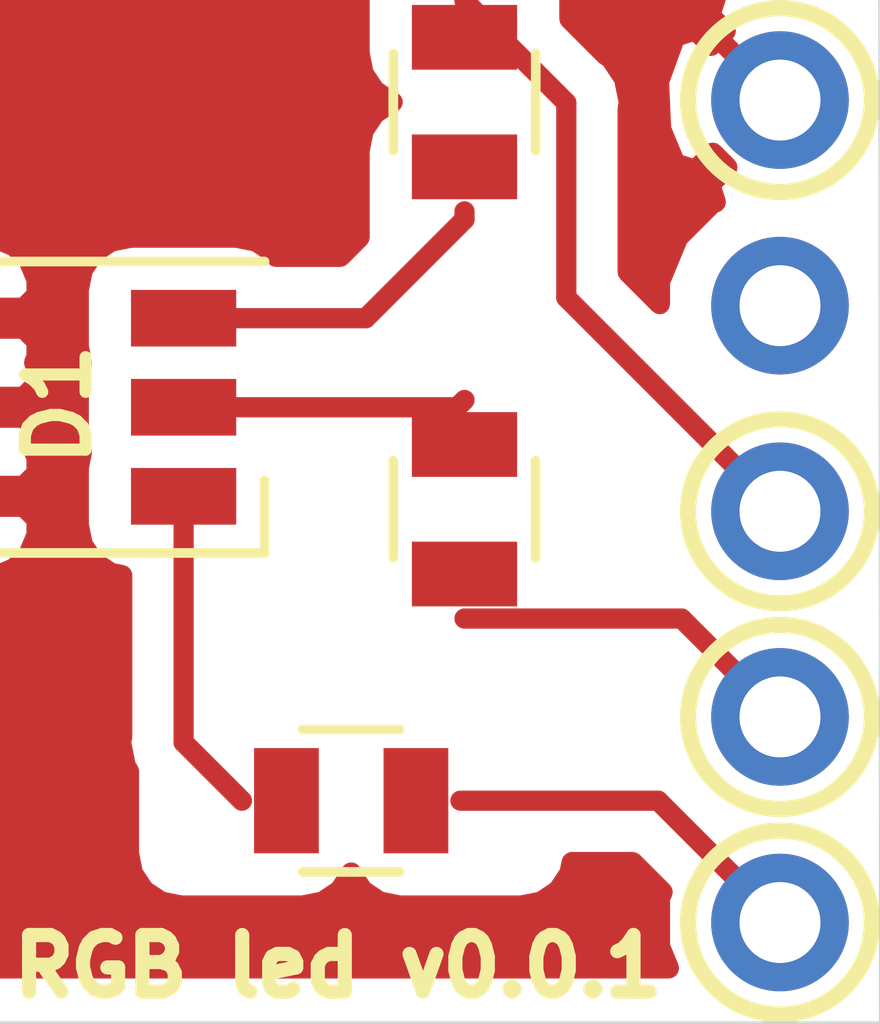
<source format=kicad_pcb>
(kicad_pcb (version 20171130) (host pcbnew "(5.0.1-3-g963ef8bb5)")

  (general
    (thickness 1.6)
    (drawings 5)
    (tracks 17)
    (zones 0)
    (modules 6)
    (nets 16)
  )

  (page A4)
  (layers
    (0 F.Cu signal hide)
    (31 B.Cu signal hide)
    (32 B.Adhes user hide)
    (33 F.Adhes user hide)
    (34 B.Paste user hide)
    (35 F.Paste user hide)
    (36 B.SilkS user hide)
    (37 F.SilkS user)
    (38 B.Mask user hide)
    (39 F.Mask user hide)
    (40 Dwgs.User user hide)
    (41 Cmts.User user hide)
    (42 Eco1.User user hide)
    (43 Eco2.User user hide)
    (44 Edge.Cuts user)
    (45 Margin user hide)
    (46 B.CrtYd user hide)
    (47 F.CrtYd user)
    (48 B.Fab user hide)
    (49 F.Fab user)
  )

  (setup
    (last_trace_width 0.25)
    (trace_clearance 0.2)
    (zone_clearance 0.508)
    (zone_45_only no)
    (trace_min 0.2)
    (segment_width 0.2)
    (edge_width 0.15)
    (via_size 0.8)
    (via_drill 0.4)
    (via_min_size 0.4)
    (via_min_drill 0.3)
    (uvia_size 0.3)
    (uvia_drill 0.1)
    (uvias_allowed no)
    (uvia_min_size 0.2)
    (uvia_min_drill 0.1)
    (pcb_text_width 0.3)
    (pcb_text_size 1.5 1.5)
    (mod_edge_width 0.15)
    (mod_text_size 1 1)
    (mod_text_width 0.15)
    (pad_size 1.524 1.524)
    (pad_drill 0.762)
    (pad_to_mask_clearance 0.2)
    (solder_mask_min_width 0.25)
    (aux_axis_origin 0 0)
    (grid_origin 158.737501 84.595001)
    (visible_elements 7FFFFF7F)
    (pcbplotparams
      (layerselection 0x3d0af_ffffffff)
      (usegerberextensions false)
      (usegerberattributes false)
      (usegerberadvancedattributes false)
      (creategerberjobfile false)
      (excludeedgelayer true)
      (linewidth 0.100000)
      (plotframeref false)
      (viasonmask false)
      (mode 1)
      (useauxorigin false)
      (hpglpennumber 1)
      (hpglpenspeed 20)
      (hpglpendiameter 15.000000)
      (psnegative false)
      (psa4output false)
      (plotreference true)
      (plotvalue true)
      (plotinvisibletext false)
      (padsonsilk false)
      (subtractmaskfromsilk false)
      (outputformat 1)
      (mirror false)
      (drillshape 0)
      (scaleselection 1)
      (outputdirectory "gerber/"))
  )

  (net 0 "")
  (net 1 "Net-(J1-Pad10)")
  (net 2 "Net-(J1-Pad8)")
  (net 3 "Net-(J1-Pad12)")
  (net 4 "Net-(J1-Pad11)")
  (net 5 "Net-(J1-Pad9)")
  (net 6 "Net-(J1-Pad1)")
  (net 7 "Net-(J1-Pad2)")
  (net 8 "Net-(J1-Pad3)")
  (net 9 "Net-(J1-Pad4)")
  (net 10 "Net-(J1-Pad7)")
  (net 11 "Net-(D1-Pad3)")
  (net 12 "Net-(D1-Pad2)")
  (net 13 "Net-(D1-Pad1)")
  (net 14 "Net-(J1-Pad6)")
  (net 15 +3V3)

  (net_class Default "Ceci est la Netclass par défaut."
    (clearance 0.2)
    (trace_width 0.25)
    (via_dia 0.8)
    (via_drill 0.4)
    (uvia_dia 0.3)
    (uvia_drill 0.1)
    (add_net +3V3)
    (add_net "Net-(D1-Pad1)")
    (add_net "Net-(D1-Pad2)")
    (add_net "Net-(D1-Pad3)")
    (add_net "Net-(J1-Pad1)")
    (add_net "Net-(J1-Pad10)")
    (add_net "Net-(J1-Pad11)")
    (add_net "Net-(J1-Pad12)")
    (add_net "Net-(J1-Pad2)")
    (add_net "Net-(J1-Pad3)")
    (add_net "Net-(J1-Pad4)")
    (add_net "Net-(J1-Pad6)")
    (add_net "Net-(J1-Pad7)")
    (add_net "Net-(J1-Pad8)")
    (add_net "Net-(J1-Pad9)")
  )

  (module Common_Footprint:LED_RGB_PLCC-6 (layer F.Cu) (tedit 5B55FB2D) (tstamp 5B9C5793)
    (at 149.82 90.93 180)
    (descr "RGB LED PLCC-6")
    (tags "RGB LED PLCC-6")
    (path /5A85A793)
    (attr smd)
    (fp_text reference D1 (at 0 0.03 90) (layer F.SilkS)
      (effects (font (size 0.75 0.75) (thickness 0.15)))
    )
    (fp_text value LED_RGB (at -3.22 4.32 180) (layer F.Fab) hide
      (effects (font (size 1 1) (thickness 0.15)))
    )
    (fp_line (start -1.7 -1.1) (end -1.1 -1.7) (layer F.Fab) (width 0.1))
    (fp_line (start -1.7 -1.7) (end -1.7 1.7) (layer F.Fab) (width 0.1))
    (fp_line (start -1.7 1.7) (end 1.7 1.7) (layer F.Fab) (width 0.1))
    (fp_line (start 1.7 1.7) (end 1.7 -1.7) (layer F.Fab) (width 0.1))
    (fp_line (start 1.7 -1.7) (end -1.7 -1.7) (layer F.Fab) (width 0.1))
    (fp_line (start -2.55 -1.8) (end -2.55 -0.9) (layer F.SilkS) (width 0.12))
    (fp_line (start 2.65 -2) (end 2.65 2) (layer F.CrtYd) (width 0.05))
    (fp_line (start -2.75 -2) (end -2.75 2) (layer F.CrtYd) (width 0.05))
    (fp_line (start -2.75 2) (end 2.65 2) (layer F.CrtYd) (width 0.05))
    (fp_line (start -2.75 -2) (end 2.65 -2) (layer F.CrtYd) (width 0.05))
    (fp_line (start -2.55 1.8) (end 2.35 1.8) (layer F.SilkS) (width 0.12))
    (fp_line (start 2.35 -1.8) (end -2.55 -1.8) (layer F.SilkS) (width 0.12))
    (pad 1 smd rect (at -1.55 -1.1 270) (size 0.7 1.3) (layers F.Cu F.Paste F.Mask)
      (net 13 "Net-(D1-Pad1)"))
    (pad 2 smd rect (at -1.55 0 270) (size 0.7 1.3) (layers F.Cu F.Paste F.Mask)
      (net 12 "Net-(D1-Pad2)"))
    (pad 3 smd rect (at -1.55 1.1 270) (size 0.7 1.3) (layers F.Cu F.Paste F.Mask)
      (net 11 "Net-(D1-Pad3)"))
    (pad 4 smd rect (at 1.55 1.1 270) (size 0.7 1.3) (layers F.Cu F.Paste F.Mask)
      (net 15 +3V3))
    (pad 5 smd rect (at 1.55 0 270) (size 0.7 1.3) (layers F.Cu F.Paste F.Mask)
      (net 15 +3V3))
    (pad 6 smd rect (at 1.55 -1.1 270) (size 0.7 1.3) (layers F.Cu F.Paste F.Mask)
      (net 15 +3V3))
    (model ${KISYS3DMOD}/LED_RGB_PLCC6.STEP
      (at (xyz 0 0 0))
      (scale (xyz 1 1 1))
      (rotate (xyz 0 0 0))
    )
  )

  (module Common_Footprint:R_0805 (layer F.Cu) (tedit 5BE5A41E) (tstamp 5B9C5743)
    (at 154.84 87.16 270)
    (descr "Resistor SMD 0805, hand soldering")
    (tags "resistor 0805")
    (path /5A85E095)
    (attr smd)
    (fp_text reference R1 (at -0.04 1.67 270) (layer F.SilkS) hide
      (effects (font (size 0.75 0.75) (thickness 0.15)))
    )
    (fp_text value 24 (at 0.08 3.86 270) (layer F.Fab) hide
      (effects (font (size 1 1) (thickness 0.15)))
    )
    (fp_text user %R (at 0 0 270) (layer F.Fab)
      (effects (font (size 0.5 0.5) (thickness 0.075)))
    )
    (fp_line (start -1 0.62) (end -1 -0.62) (layer F.Fab) (width 0.1))
    (fp_line (start 1 0.62) (end -1 0.62) (layer F.Fab) (width 0.1))
    (fp_line (start 1 -0.62) (end 1 0.62) (layer F.Fab) (width 0.1))
    (fp_line (start -1 -0.62) (end 1 -0.62) (layer F.Fab) (width 0.1))
    (fp_line (start 0.6 0.88) (end -0.6 0.88) (layer F.SilkS) (width 0.12))
    (fp_line (start -0.6 -0.88) (end 0.6 -0.88) (layer F.SilkS) (width 0.12))
    (fp_line (start -1.5 -0.9) (end 1.5 -0.9) (layer F.CrtYd) (width 0.05))
    (fp_line (start -1.5 -0.9) (end -1.5 0.9) (layer F.CrtYd) (width 0.05))
    (fp_line (start 1.5 0.9) (end 1.5 -0.9) (layer F.CrtYd) (width 0.05))
    (fp_line (start 1.5 0.9) (end -1.5 0.9) (layer F.CrtYd) (width 0.05))
    (pad 1 smd rect (at -0.8 0 270) (size 0.8 1.3) (layers F.Cu F.Paste F.Mask)
      (net 8 "Net-(J1-Pad3)"))
    (pad 2 smd rect (at 0.8 0 270) (size 0.8 1.3) (layers F.Cu F.Paste F.Mask)
      (net 11 "Net-(D1-Pad3)"))
    (model "${KISYS3DMOD}/0805 SMD Resistor.STEP"
      (at (xyz 0 0 0))
      (scale (xyz 1 1 1))
      (rotate (xyz -90 0 0))
    )
  )

  (module Common_Footprint:R_0805 (layer F.Cu) (tedit 5BE5A41E) (tstamp 5A8687D1)
    (at 154.84 92.19 90)
    (descr "Resistor SMD 0805, hand soldering")
    (tags "resistor 0805")
    (path /5A85E0D6)
    (attr smd)
    (fp_text reference R2 (at -0.04 1.67 90) (layer F.SilkS) hide
      (effects (font (size 0.75 0.75) (thickness 0.15)))
    )
    (fp_text value 24 (at 0.08 3.86 90) (layer F.Fab) hide
      (effects (font (size 1 1) (thickness 0.15)))
    )
    (fp_text user %R (at 0 0 90) (layer F.Fab)
      (effects (font (size 0.5 0.5) (thickness 0.075)))
    )
    (fp_line (start -1 0.62) (end -1 -0.62) (layer F.Fab) (width 0.1))
    (fp_line (start 1 0.62) (end -1 0.62) (layer F.Fab) (width 0.1))
    (fp_line (start 1 -0.62) (end 1 0.62) (layer F.Fab) (width 0.1))
    (fp_line (start -1 -0.62) (end 1 -0.62) (layer F.Fab) (width 0.1))
    (fp_line (start 0.6 0.88) (end -0.6 0.88) (layer F.SilkS) (width 0.12))
    (fp_line (start -0.6 -0.88) (end 0.6 -0.88) (layer F.SilkS) (width 0.12))
    (fp_line (start -1.5 -0.9) (end 1.5 -0.9) (layer F.CrtYd) (width 0.05))
    (fp_line (start -1.5 -0.9) (end -1.5 0.9) (layer F.CrtYd) (width 0.05))
    (fp_line (start 1.5 0.9) (end 1.5 -0.9) (layer F.CrtYd) (width 0.05))
    (fp_line (start 1.5 0.9) (end -1.5 0.9) (layer F.CrtYd) (width 0.05))
    (pad 1 smd rect (at -0.8 0 90) (size 0.8 1.3) (layers F.Cu F.Paste F.Mask)
      (net 7 "Net-(J1-Pad2)"))
    (pad 2 smd rect (at 0.8 0 90) (size 0.8 1.3) (layers F.Cu F.Paste F.Mask)
      (net 12 "Net-(D1-Pad2)"))
    (model "${KISYS3DMOD}/0805 SMD Resistor.STEP"
      (at (xyz 0 0 0))
      (scale (xyz 1 1 1))
      (rotate (xyz -90 0 0))
    )
  )

  (module Common_Footprint:R_0805 (layer F.Cu) (tedit 5BE5A41E) (tstamp 5A8687E2)
    (at 153.44 95.79 180)
    (descr "Resistor SMD 0805, hand soldering")
    (tags "resistor 0805")
    (path /5A85E0F1)
    (attr smd)
    (fp_text reference R3 (at -0.04 1.67 180) (layer F.SilkS) hide
      (effects (font (size 0.75 0.75) (thickness 0.15)))
    )
    (fp_text value 68 (at 0.08 3.86 180) (layer F.Fab) hide
      (effects (font (size 1 1) (thickness 0.15)))
    )
    (fp_text user %R (at 0 0 180) (layer F.Fab)
      (effects (font (size 0.5 0.5) (thickness 0.075)))
    )
    (fp_line (start -1 0.62) (end -1 -0.62) (layer F.Fab) (width 0.1))
    (fp_line (start 1 0.62) (end -1 0.62) (layer F.Fab) (width 0.1))
    (fp_line (start 1 -0.62) (end 1 0.62) (layer F.Fab) (width 0.1))
    (fp_line (start -1 -0.62) (end 1 -0.62) (layer F.Fab) (width 0.1))
    (fp_line (start 0.6 0.88) (end -0.6 0.88) (layer F.SilkS) (width 0.12))
    (fp_line (start -0.6 -0.88) (end 0.6 -0.88) (layer F.SilkS) (width 0.12))
    (fp_line (start -1.5 -0.9) (end 1.5 -0.9) (layer F.CrtYd) (width 0.05))
    (fp_line (start -1.5 -0.9) (end -1.5 0.9) (layer F.CrtYd) (width 0.05))
    (fp_line (start 1.5 0.9) (end 1.5 -0.9) (layer F.CrtYd) (width 0.05))
    (fp_line (start 1.5 0.9) (end -1.5 0.9) (layer F.CrtYd) (width 0.05))
    (pad 1 smd rect (at -0.8 0 180) (size 0.8 1.3) (layers F.Cu F.Paste F.Mask)
      (net 6 "Net-(J1-Pad1)"))
    (pad 2 smd rect (at 0.8 0 180) (size 0.8 1.3) (layers F.Cu F.Paste F.Mask)
      (net 13 "Net-(D1-Pad1)"))
    (model "${KISYS3DMOD}/0805 SMD Resistor.STEP"
      (at (xyz 0 0 0))
      (scale (xyz 1 1 1))
      (rotate (xyz -90 0 0))
    )
  )

  (module Common_Footprint:l0_Shield_Socket (layer F.Cu) (tedit 5C657850) (tstamp 5AB412F9)
    (at 149.850001 90.945001)
    (path /5A85A690)
    (fp_text reference J1 (at 0 0.5) (layer F.SilkS) hide
      (effects (font (size 1 1) (thickness 0.15)))
    )
    (fp_text value l0_Socket (at 0 -0.5) (layer F.Fab) hide
      (effects (font (size 1 1) (thickness 0.15)))
    )
    (fp_line (start -10.15 -7.625) (end -10.16 7.62) (layer Edge.Cuts) (width 0.1))
    (fp_line (start -10.15 -7.625) (end 10.15 -7.625) (layer Edge.Cuts) (width 0.1))
    (fp_line (start -10.16 7.62) (end 10.16 7.62) (layer Edge.Cuts) (width 0.1))
    (fp_line (start 10.15 -7.625) (end 10.16 7.62) (layer Edge.Cuts) (width 0.1))
    (pad 5 thru_hole circle (at 8.8875 -3.81 270) (size 1.7 1.7) (drill 1) (layers *.Cu *.Mask)
      (net 15 +3V3))
    (pad 6 thru_hole circle (at 8.8875 -6.35 270) (size 1.7 1.7) (drill 1) (layers *.Cu *.Mask)
      (net 14 "Net-(J1-Pad6)"))
    (pad 2 thru_hole circle (at 8.8875 3.81 270) (size 1.7 1.7) (drill 1) (layers *.Cu *.Mask)
      (net 7 "Net-(J1-Pad2)"))
    (pad 4 thru_hole circle (at 8.8875 -1.27 270) (size 1.7 1.7) (drill 1) (layers *.Cu *.Mask)
      (net 9 "Net-(J1-Pad4)"))
    (pad 1 thru_hole circle (at 8.8875 6.35 270) (size 1.7 1.7) (drill 1) (layers *.Cu *.Mask)
      (net 6 "Net-(J1-Pad1)"))
    (pad 7 thru_hole circle (at -8.8875 -6.35 270) (size 1.7 1.7) (drill 1) (layers *.Cu *.Mask)
      (net 10 "Net-(J1-Pad7)"))
    (pad 11 thru_hole circle (at -8.8875 3.81 270) (size 1.7 1.7) (drill 1) (layers *.Cu *.Mask)
      (net 4 "Net-(J1-Pad11)"))
    (pad 9 thru_hole circle (at -8.8875 -1.27 270) (size 1.7 1.7) (drill 1) (layers *.Cu *.Mask)
      (net 5 "Net-(J1-Pad9)"))
    (pad 3 thru_hole circle (at 8.8875 1.27 270) (size 1.7 1.7) (drill 1) (layers *.Cu *.Mask)
      (net 8 "Net-(J1-Pad3)"))
    (pad 10 thru_hole circle (at -8.8875 1.27 270) (size 1.7 1.7) (drill 1) (layers *.Cu *.Mask)
      (net 1 "Net-(J1-Pad10)"))
    (pad 12 thru_hole circle (at -8.8875 6.35 270) (size 1.7 1.7) (drill 1) (layers *.Cu *.Mask)
      (net 3 "Net-(J1-Pad12)"))
    (pad 8 thru_hole circle (at -8.8875 -3.81 270) (size 1.7 1.7) (drill 1) (layers *.Cu *.Mask)
      (net 2 "Net-(J1-Pad8)"))
  )

  (module Common_Footprint:Luos_logo (layer F.Cu) (tedit 5B9B947A) (tstamp 5B9C5A78)
    (at 145.227501 91.715001 270)
    (fp_text reference "" (at 0 0 270) (layer F.SilkS) hide
      (effects (font (size 1.524 1.524) (thickness 0.3)))
    )
    (fp_text value "" (at 0.75 0 270) (layer F.SilkS) hide
      (effects (font (size 1.524 1.524) (thickness 0.3)))
    )
    (fp_poly (pts (xy -0.3937 -1.190556) (xy -0.515682 -1.063469) (xy -0.646801 -0.916102) (xy -0.770563 -0.756235)
      (xy -0.87912 -0.59407) (xy -0.888375 -0.578885) (xy -0.921354 -0.521666) (xy -0.957124 -0.455255)
      (xy -0.993092 -0.384963) (xy -1.02666 -0.316101) (xy -1.055232 -0.253981) (xy -1.076213 -0.203913)
      (xy -1.086417 -0.173716) (xy -1.093033 -0.150862) (xy -1.098683 -0.139971) (xy -1.103436 -0.142406)
      (xy -1.107363 -0.159532) (xy -1.110533 -0.192712) (xy -1.113017 -0.24331) (xy -1.114885 -0.31269)
      (xy -1.116207 -0.402215) (xy -1.117053 -0.51325) (xy -1.117493 -0.647157) (xy -1.1176 -0.780301)
      (xy -1.1176 -1.4351) (xy -0.3937 -1.4351) (xy -0.3937 -1.190556)) (layer F.SilkS) (width 0.01))
    (fp_poly (pts (xy -5.991204 -0.904876) (xy -5.990731 -0.615337) (xy -5.9903 -0.350043) (xy -5.989877 -0.107834)
      (xy -5.989431 0.112445) (xy -5.988928 0.311951) (xy -5.988338 0.491841) (xy -5.987626 0.653272)
      (xy -5.986761 0.7974) (xy -5.985711 0.925383) (xy -5.984442 1.038377) (xy -5.982922 1.137538)
      (xy -5.98112 1.224025) (xy -5.979002 1.298992) (xy -5.976535 1.363598) (xy -5.973689 1.418998)
      (xy -5.97043 1.466351) (xy -5.966725 1.506811) (xy -5.962543 1.541537) (xy -5.95785 1.571685)
      (xy -5.952615 1.598412) (xy -5.946805 1.622874) (xy -5.940387 1.646229) (xy -5.93333 1.669632)
      (xy -5.9256 1.694242) (xy -5.917597 1.719815) (xy -5.859637 1.867488) (xy -5.782368 1.999008)
      (xy -5.686658 2.113504) (xy -5.573373 2.210104) (xy -5.44338 2.287936) (xy -5.297547 2.34613)
      (xy -5.293005 2.347542) (xy -5.249811 2.359463) (xy -5.202224 2.369539) (xy -5.147894 2.377909)
      (xy -5.084469 2.384711) (xy -5.0096 2.390081) (xy -4.920934 2.394159) (xy -4.816123 2.397082)
      (xy -4.692815 2.398988) (xy -4.548659 2.400014) (xy -4.393181 2.4003) (xy -3.836053 2.4003)
      (xy -3.81589 2.43929) (xy -3.772216 2.511725) (xy -3.712167 2.594145) (xy -3.640042 2.68178)
      (xy -3.560141 2.769859) (xy -3.476761 2.853612) (xy -3.394203 2.928267) (xy -3.3274 2.981364)
      (xy -3.284256 3.013269) (xy -3.248433 3.040174) (xy -3.225235 3.058079) (xy -3.220085 3.062352)
      (xy -3.23077 3.063788) (xy -3.264532 3.065114) (xy -3.319047 3.066327) (xy -3.391992 3.067424)
      (xy -3.481045 3.068401) (xy -3.583882 3.069257) (xy -3.69818 3.069988) (xy -3.821615 3.070591)
      (xy -3.951866 3.071063) (xy -4.086608 3.071402) (xy -4.223518 3.071604) (xy -4.360274 3.071666)
      (xy -4.494551 3.071586) (xy -4.624028 3.071361) (xy -4.746381 3.070988) (xy -4.859287 3.070463)
      (xy -4.960422 3.069784) (xy -5.047464 3.068949) (xy -5.118089 3.067953) (xy -5.169974 3.066794)
      (xy -5.200797 3.06547) (xy -5.207 3.064848) (xy -5.41071 3.023882) (xy -5.59588 2.96851)
      (xy -5.765992 2.89699) (xy -5.924524 2.80758) (xy -6.074956 2.698539) (xy -6.220767 2.568125)
      (xy -6.24269 2.546376) (xy -6.375093 2.395596) (xy -6.486748 2.230445) (xy -6.577229 2.051785)
      (xy -6.646111 1.860483) (xy -6.692969 1.657401) (xy -6.699093 1.61925) (xy -6.701461 1.600838)
      (xy -6.703629 1.577792) (xy -6.705606 1.549016) (xy -6.707402 1.513413) (xy -6.709023 1.469887)
      (xy -6.710479 1.41734) (xy -6.711777 1.354677) (xy -6.712928 1.280801) (xy -6.713938 1.194615)
      (xy -6.714817 1.095023) (xy -6.715572 0.980928) (xy -6.716213 0.851234) (xy -6.716747 0.704844)
      (xy -6.717184 0.540662) (xy -6.717532 0.35759) (xy -6.717799 0.154533) (xy -6.717993 -0.069606)
      (xy -6.718123 -0.315924) (xy -6.718198 -0.585517) (xy -6.718226 -0.860425) (xy -6.7183 -3.2131)
      (xy -6.356679 -3.213101) (xy -5.995058 -3.213101) (xy -5.991204 -0.904876)) (layer F.SilkS) (width 0.01))
    (fp_poly (pts (xy 4.671245 -1.716286) (xy 4.823697 -1.701936) (xy 4.955046 -1.675878) (xy 5.112537 -1.622409)
      (xy 5.266868 -1.546597) (xy 5.413163 -1.451438) (xy 5.546547 -1.339932) (xy 5.615056 -1.270067)
      (xy 5.653045 -1.226104) (xy 5.695097 -1.17391) (xy 5.738239 -1.117611) (xy 5.7795 -1.061334)
      (xy 5.815906 -1.009204) (xy 5.844485 -0.965348) (xy 5.862265 -0.93389) (xy 5.866726 -0.92075)
      (xy 5.856588 -0.908041) (xy 5.830301 -0.88788) (xy 5.800364 -0.868778) (xy 5.768377 -0.849826)
      (xy 5.719293 -0.820733) (xy 5.657863 -0.784315) (xy 5.588838 -0.74339) (xy 5.516969 -0.700773)
      (xy 5.516514 -0.700503) (xy 5.449397 -0.661045) (xy 5.389467 -0.626462) (xy 5.34023 -0.598725)
      (xy 5.305191 -0.579804) (xy 5.287857 -0.571669) (xy 5.286956 -0.5715) (xy 5.275309 -0.581556)
      (xy 5.254145 -0.608503) (xy 5.227112 -0.647511) (xy 5.212601 -0.669925) (xy 5.128756 -0.785387)
      (xy 5.037832 -0.877313) (xy 4.938221 -0.94697) (xy 4.828315 -0.995625) (xy 4.782056 -1.009248)
      (xy 4.720744 -1.020019) (xy 4.643528 -1.026383) (xy 4.559545 -1.028212) (xy 4.477928 -1.025377)
      (xy 4.407812 -1.017748) (xy 4.39165 -1.014769) (xy 4.294386 -0.984959) (xy 4.198458 -0.937921)
      (xy 4.109059 -0.877498) (xy 4.031379 -0.807536) (xy 3.970613 -0.731879) (xy 3.943231 -0.682759)
      (xy 3.904798 -0.572381) (xy 3.891098 -0.464412) (xy 3.901941 -0.360296) (xy 3.937136 -0.261481)
      (xy 3.996492 -0.169411) (xy 4.013614 -0.149261) (xy 4.0612 -0.101257) (xy 4.117082 -0.055759)
      (xy 4.184113 -0.011126) (xy 4.265145 0.034282) (xy 4.36303 0.082106) (xy 4.480622 0.133987)
      (xy 4.572 0.171893) (xy 4.641943 0.200358) (xy 4.723397 0.233525) (xy 4.804352 0.266504)
      (xy 4.8514 0.285678) (xy 5.058641 0.37737) (xy 5.242493 0.47413) (xy 5.40463 0.576927)
      (xy 5.546731 0.686731) (xy 5.5499 0.689451) (xy 5.669809 0.805263) (xy 5.769304 0.929722)
      (xy 5.850242 1.06604) (xy 5.914485 1.217429) (xy 5.96389 1.387102) (xy 5.970518 1.41605)
      (xy 5.978953 1.472427) (xy 5.984471 1.547731) (xy 5.987133 1.635662) (xy 5.986999 1.729922)
      (xy 5.984132 1.824212) (xy 5.978593 1.912233) (xy 5.970442 1.987686) (xy 5.964624 2.022791)
      (xy 5.919574 2.200074) (xy 5.856386 2.362985) (xy 5.773341 2.514572) (xy 5.668717 2.657879)
      (xy 5.540795 2.795955) (xy 5.513308 2.822232) (xy 5.366675 2.942665) (xy 5.205829 3.04208)
      (xy 5.030995 3.120354) (xy 4.87045 3.170456) (xy 4.821158 3.182294) (xy 4.775533 3.191103)
      (xy 4.728014 3.197433) (xy 4.673038 3.201834) (xy 4.605042 3.204855) (xy 4.518463 3.207047)
      (xy 4.4958 3.207483) (xy 4.374712 3.208484) (xy 4.276921 3.206505) (xy 4.200488 3.201477)
      (xy 4.1529 3.19512) (xy 3.961898 3.149359) (xy 3.784933 3.082602) (xy 3.622294 2.995015)
      (xy 3.474274 2.886765) (xy 3.341162 2.758018) (xy 3.295373 2.704761) (xy 3.222545 2.615744)
      (xy 3.290532 2.542947) (xy 3.323603 2.507737) (xy 3.349936 2.480074) (xy 3.364774 2.464945)
      (xy 3.366017 2.4638) (xy 3.387812 2.440998) (xy 3.420322 2.401568) (xy 3.460207 2.350036)
      (xy 3.504129 2.290933) (xy 3.548749 2.228786) (xy 3.590728 2.168123) (xy 3.626726 2.113474)
      (xy 3.639894 2.092362) (xy 3.725227 1.952354) (xy 3.75273 2.033452) (xy 3.781857 2.111479)
      (xy 3.812366 2.174302) (xy 3.849427 2.231833) (xy 3.871308 2.260793) (xy 3.960967 2.354901)
      (xy 4.06643 2.429646) (xy 4.186401 2.484449) (xy 4.319587 2.518728) (xy 4.46469 2.531905)
      (xy 4.47675 2.53203) (xy 4.577046 2.528831) (xy 4.662982 2.516761) (xy 4.744699 2.493642)
      (xy 4.83234 2.457297) (xy 4.8387 2.454323) (xy 4.916205 2.408484) (xy 4.995414 2.345336)
      (xy 5.069483 2.27149) (xy 5.131564 2.193554) (xy 5.164305 2.13995) (xy 5.215916 2.01593)
      (xy 5.246664 1.884104) (xy 5.25641 1.749164) (xy 5.245016 1.615804) (xy 5.212344 1.488718)
      (xy 5.185386 1.423471) (xy 5.128301 1.329959) (xy 5.048062 1.238544) (xy 4.946916 1.15103)
      (xy 4.827108 1.069219) (xy 4.690883 0.994913) (xy 4.600564 0.953991) (xy 4.548193 0.931922)
      (xy 4.478864 0.902663) (xy 4.399004 0.868928) (xy 4.315044 0.833434) (xy 4.2418 0.802446)
      (xy 4.00685 0.703005) (xy 3.997749 0.567599) (xy 3.968789 0.31509) (xy 3.916301 0.071787)
      (xy 3.839976 -0.163226) (xy 3.739505 -0.390869) (xy 3.614579 -0.612057) (xy 3.583482 -0.6604)
      (xy 3.541028 -0.722616) (xy 3.494462 -0.78711) (xy 3.4501 -0.845309) (xy 3.421112 -0.880793)
      (xy 3.383678 -0.924588) (xy 3.349153 -0.965248) (xy 3.323388 -0.995874) (xy 3.317731 -1.002693)
      (xy 3.289013 -1.037551) (xy 3.33985 -1.112501) (xy 3.38862 -1.176502) (xy 3.452109 -1.24829)
      (xy 3.524011 -1.321402) (xy 3.598018 -1.389377) (xy 3.6576 -1.438084) (xy 3.71524 -1.47724)
      (xy 3.789037 -1.520521) (xy 3.871104 -1.563852) (xy 3.953558 -1.603159) (xy 4.028514 -1.634369)
      (xy 4.056994 -1.644455) (xy 4.197005 -1.6813) (xy 4.350791 -1.70572) (xy 4.51124 -1.717465)
      (xy 4.671245 -1.716286)) (layer F.SilkS) (width 0.01))
    (fp_poly (pts (xy 1.459355 -1.710961) (xy 1.693227 -1.695943) (xy 1.91159 -1.663242) (xy 2.118146 -1.611787)
      (xy 2.3166 -1.540508) (xy 2.510655 -1.448334) (xy 2.654424 -1.365535) (xy 2.706714 -1.332845)
      (xy 2.749014 -1.305101) (xy 2.787654 -1.27769) (xy 2.828963 -1.245999) (xy 2.879273 -1.205418)
      (xy 2.918909 -1.172821) (xy 3.115553 -0.996369) (xy 3.288496 -0.811037) (xy 3.438005 -0.616352)
      (xy 3.564346 -0.411844) (xy 3.667788 -0.19704) (xy 3.748595 0.028532) (xy 3.807036 0.265343)
      (xy 3.836164 0.449105) (xy 3.844282 0.544875) (xy 3.84792 0.658059) (xy 3.847346 0.781856)
      (xy 3.842829 0.909462) (xy 3.834637 1.034076) (xy 3.823038 1.148893) (xy 3.8083 1.247113)
      (xy 3.803797 1.27) (xy 3.745137 1.497981) (xy 3.667018 1.712584) (xy 3.568212 1.916106)
      (xy 3.447492 2.110844) (xy 3.303632 2.299095) (xy 3.18103 2.43613) (xy 2.996877 2.612792)
      (xy 2.801743 2.766727) (xy 2.594892 2.898339) (xy 2.375587 3.008033) (xy 2.143091 3.096212)
      (xy 1.896667 3.163281) (xy 1.8288 3.177594) (xy 1.77976 3.186821) (xy 1.734336 3.193886)
      (xy 1.687988 3.19907) (xy 1.636179 3.202654) (xy 1.574371 3.204918) (xy 1.498024 3.206143)
      (xy 1.402602 3.206608) (xy 1.3589 3.206645) (xy 1.232376 3.205922) (xy 1.126097 3.20332)
      (xy 1.034937 3.198233) (xy 0.953775 3.190059) (xy 0.877485 3.178194) (xy 0.800943 3.162034)
      (xy 0.719027 3.140976) (xy 0.6604 3.124354) (xy 0.432995 3.045385) (xy 0.211401 2.943189)
      (xy -0.000798 2.81984) (xy -0.200021 2.677414) (xy -0.376718 2.523727) (xy -0.480385 2.424326)
      (xy -0.418808 2.294838) (xy -0.38779 2.224612) (xy -0.356347 2.145106) (xy -0.329412 2.069105)
      (xy -0.319462 2.037379) (xy -0.299725 1.962645) (xy -0.281014 1.877636) (xy -0.264578 1.789552)
      (xy -0.251667 1.705595) (xy -0.243531 1.632966) (xy -0.2413 1.587115) (xy -0.238463 1.550531)
      (xy -0.230242 1.538528) (xy -0.217072 1.55128) (xy -0.206065 1.572926) (xy -0.178105 1.625781)
      (xy -0.136427 1.691378) (xy -0.085027 1.764252) (xy -0.027901 1.838943) (xy 0.030955 1.909986)
      (xy 0.080187 1.964292) (xy 0.23843 2.115007) (xy 0.402531 2.241637) (xy 0.574179 2.345153)
      (xy 0.755066 2.426525) (xy 0.946883 2.486725) (xy 1.019382 2.503494) (xy 1.119425 2.519198)
      (xy 1.235972 2.528706) (xy 1.360873 2.531936) (xy 1.485978 2.528805) (xy 1.603137 2.51923)
      (xy 1.667724 2.510103) (xy 1.865892 2.463702) (xy 2.056143 2.39401) (xy 2.236687 2.302387)
      (xy 2.405736 2.190193) (xy 2.561498 2.058786) (xy 2.702183 1.909527) (xy 2.826002 1.743775)
      (xy 2.931164 1.56289) (xy 2.941063 1.54305) (xy 3.011761 1.378189) (xy 3.063128 1.209059)
      (xy 3.096142 1.031168) (xy 3.111776 0.840021) (xy 3.113402 0.7493) (xy 3.102328 0.528183)
      (xy 3.06888 0.318929) (xy 3.012884 0.121056) (xy 2.934165 -0.065916) (xy 2.832551 -0.242466)
      (xy 2.707865 -0.409076) (xy 2.682868 -0.43815) (xy 2.533048 -0.590665) (xy 2.37041 -0.721263)
      (xy 2.194765 -0.830058) (xy 2.005925 -0.917162) (xy 1.8037 -0.982686) (xy 1.7399 -0.998265)
      (xy 1.676007 -1.008925) (xy 1.59327 -1.017113) (xy 1.498134 -1.022704) (xy 1.397045 -1.025577)
      (xy 1.296449 -1.025609) (xy 1.202793 -1.022676) (xy 1.122522 -1.016656) (xy 1.0795 -1.010845)
      (xy 0.874847 -0.965058) (xy 0.686026 -0.900411) (xy 0.510507 -0.815596) (xy 0.345762 -0.709308)
      (xy 0.189266 -0.58024) (xy 0.122819 -0.516349) (xy -0.017876 -0.359072) (xy -0.135068 -0.192933)
      (xy -0.229516 -0.016593) (xy -0.301977 0.17129) (xy -0.336714 0.296328) (xy -0.349574 0.35302)
      (xy -0.360283 0.408156) (xy -0.369044 0.464765) (xy -0.376055 0.525877) (xy -0.381517 0.594522)
      (xy -0.385632 0.673729) (xy -0.3886 0.766529) (xy -0.390621 0.875951) (xy -0.391897 1.005025)
      (xy -0.392571 1.139879) (xy -0.393157 1.268919) (xy -0.394027 1.37583) (xy -0.395324 1.463879)
      (xy -0.397188 1.536338) (xy -0.399761 1.596474) (xy -0.403185 1.647559) (xy -0.4076 1.692861)
      (xy -0.413148 1.735651) (xy -0.419971 1.779196) (xy -0.420311 1.781229) (xy -0.466673 1.988444)
      (xy -0.534016 2.181417) (xy -0.62248 2.360426) (xy -0.732206 2.52575) (xy -0.863335 2.677666)
      (xy -0.883334 2.697806) (xy -1.045524 2.84174) (xy -1.217976 2.962446) (xy -1.400777 3.059969)
      (xy -1.594014 3.134354) (xy -1.797775 3.185645) (xy -1.847472 3.194397) (xy -1.910536 3.201766)
      (xy -1.991856 3.207092) (xy -2.084461 3.210318) (xy -2.18138 3.211385) (xy -2.275643 3.210238)
      (xy -2.36028 3.206818) (xy -2.42832 3.201069) (xy -2.441749 3.199286) (xy -2.63265 3.161496)
      (xy -2.810621 3.105104) (xy -2.980084 3.028243) (xy -3.145458 2.929046) (xy -3.237736 2.863189)
      (xy -3.395924 2.728585) (xy -3.535094 2.577978) (xy -3.654219 2.412973) (xy -3.752276 2.235176)
      (xy -3.82824 2.046191) (xy -3.878649 1.859472) (xy -3.885384 1.825455) (xy -3.891429 1.790185)
      (xy -3.89682 1.752183) (xy -3.901595 1.709972) (xy -3.90579 1.662074) (xy -3.909441 1.607009)
      (xy -3.912586 1.543302) (xy -3.915262 1.469472) (xy -3.917504 1.384043) (xy -3.919349 1.285536)
      (xy -3.920835 1.172473) (xy -3.921998 1.043376) (xy -3.922874 0.896767) (xy -3.923501 0.731168)
      (xy -3.923914 0.5451) (xy -3.924152 0.337087) (xy -3.924249 0.105649) (xy -3.924257 0.022225)
      (xy -3.9243 -1.4351) (xy -3.1877 -1.4351) (xy -3.1877 -0.001166) (xy -3.187663 0.22546)
      (xy -3.187539 0.428192) (xy -3.187308 0.608534) (xy -3.186952 0.767993) (xy -3.18645 0.908073)
      (xy -3.185785 1.03028) (xy -3.184936 1.136119) (xy -3.183885 1.227096) (xy -3.182612 1.304716)
      (xy -3.181098 1.370484) (xy -3.179324 1.425905) (xy -3.177271 1.472486) (xy -3.174919 1.511731)
      (xy -3.17225 1.545146) (xy -3.169243 1.574236) (xy -3.167402 1.589221) (xy -3.13994 1.753134)
      (xy -3.102783 1.89476) (xy -3.055465 2.015477) (xy -2.99752 2.116663) (xy -2.98065 2.13995)
      (xy -2.87434 2.259887) (xy -2.753964 2.358678) (xy -2.619678 2.436225) (xy -2.471635 2.492426)
      (xy -2.40665 2.509355) (xy -2.314473 2.524241) (xy -2.207643 2.531605) (xy -2.095769 2.531447)
      (xy -1.988456 2.523767) (xy -1.89865 2.50932) (xy -1.751192 2.463929) (xy -1.615432 2.396989)
      (xy -1.493303 2.310374) (xy -1.386734 2.205955) (xy -1.297654 2.085604) (xy -1.227996 1.951195)
      (xy -1.182092 1.814264) (xy -1.168102 1.756605) (xy -1.156582 1.701925) (xy -1.147276 1.646893)
      (xy -1.139925 1.588178) (xy -1.134273 1.522448) (xy -1.130063 1.446371) (xy -1.127038 1.356618)
      (xy -1.124941 1.249856) (xy -1.123515 1.122753) (xy -1.122955 1.04775) (xy -1.122004 0.936002)
      (xy -1.120685 0.828074) (xy -1.119071 0.727627) (xy -1.117237 0.638322) (xy -1.115257 0.563817)
      (xy -1.113205 0.507774) (xy -1.111367 0.47625) (xy -1.079852 0.249897) (xy -1.023919 0.026659)
      (xy -0.944525 -0.19146) (xy -0.842628 -0.402458) (xy -0.719186 -0.604329) (xy -0.575155 -0.795071)
      (xy -0.425837 -0.958449) (xy -0.249782 -1.12267) (xy -0.072568 -1.26358) (xy 0.10894 -1.383191)
      (xy 0.29788 -1.483515) (xy 0.497388 -1.566562) (xy 0.55245 -1.585937) (xy 0.710683 -1.634545)
      (xy 0.864455 -1.670642) (xy 1.020059 -1.695096) (xy 1.183794 -1.708774) (xy 1.361953 -1.712545)
      (xy 1.459355 -1.710961)) (layer F.SilkS) (width 0.01))
  )

  (gr_text "RGB led v0.0.1" (at 153.277501 97.835001) (layer F.SilkS)
    (effects (font (size 0.7 0.7) (thickness 0.175)))
  )
  (gr_circle (center 158.737501 97.295001) (end 159.753501 97.803001) (layer F.SilkS) (width 0.2))
  (gr_circle (center 158.737501 94.755001) (end 159.753501 95.263001) (layer F.SilkS) (width 0.2))
  (gr_circle (center 158.737501 92.215001) (end 159.753501 92.723001) (layer F.SilkS) (width 0.2))
  (gr_circle (center 158.737501 87.135001) (end 159.753501 87.643001) (layer F.SilkS) (width 0.2))

  (segment (start 154.79 95.79) (end 157.2325 95.79) (width 0.25) (layer F.Cu) (net 6))
  (segment (start 157.2325 95.79) (end 158.737501 97.295001) (width 0.25) (layer F.Cu) (net 6))
  (segment (start 154.84 93.54) (end 157.5225 93.54) (width 0.25) (layer F.Cu) (net 7))
  (segment (start 157.5225 93.54) (end 158.737501 94.755001) (width 0.25) (layer F.Cu) (net 7))
  (segment (start 154.84 85.81) (end 154.84 85.91) (width 0.25) (layer F.Cu) (net 8))
  (segment (start 154.84 85.91) (end 156.097501 87.167501) (width 0.25) (layer F.Cu) (net 8))
  (segment (start 156.097501 87.167501) (end 156.097501 89.575001) (width 0.25) (layer F.Cu) (net 8))
  (segment (start 156.097501 89.575001) (end 157.975502 91.453002) (width 0.25) (layer F.Cu) (net 8))
  (segment (start 157.975502 91.453002) (end 158.737501 92.215001) (width 0.25) (layer F.Cu) (net 8))
  (segment (start 151.37 89.83) (end 153.62 89.83) (width 0.25) (layer F.Cu) (net 11))
  (segment (start 154.84 88.61) (end 154.84 88.51) (width 0.25) (layer F.Cu) (net 11))
  (segment (start 153.62 89.83) (end 154.84 88.61) (width 0.25) (layer F.Cu) (net 11))
  (segment (start 151.37 90.93) (end 154.75 90.93) (width 0.25) (layer F.Cu) (net 12))
  (segment (start 154.75 90.93) (end 154.84 90.84) (width 0.25) (layer F.Cu) (net 12))
  (segment (start 151.37 92.03) (end 151.37 95.07) (width 0.25) (layer F.Cu) (net 13))
  (segment (start 151.37 95.07) (end 152.09 95.79) (width 0.25) (layer F.Cu) (net 13))
  (segment (start 158.737501 87.135001) (end 157.887502 86.285002) (width 0.25) (layer F.Cu) (net 15))

  (zone (net 15) (net_name +3V3) (layer F.Cu) (tstamp 0) (hatch edge 0.508)
    (connect_pads (clearance 0.508))
    (min_thickness 0.254)
    (fill yes (arc_segments 16) (thermal_gap 0.508) (thermal_bridge_width 0.508))
    (polygon
      (pts
        (xy 139.7 83.35) (xy 160 83.35) (xy 160 98.5) (xy 139.7 98.5)
      )
    )
    (filled_polygon
      (pts
        (xy 157.252501 84.299616) (xy 157.252501 84.890386) (xy 157.478579 85.436186) (xy 157.896316 85.853923) (xy 157.942748 85.873156)
        (xy 157.873148 86.091043) (xy 158.066084 86.283979) (xy 157.886479 86.463584) (xy 157.693543 86.270648) (xy 157.442242 86.350921)
        (xy 157.240783 86.90628) (xy 157.267186 87.496459) (xy 157.442242 87.919081) (xy 157.693543 87.999354) (xy 157.906479 87.786418)
        (xy 158.086084 87.966023) (xy 157.873148 88.178959) (xy 157.942748 88.396846) (xy 157.896316 88.416079) (xy 157.478579 88.833816)
        (xy 157.252501 89.379616) (xy 157.252501 89.655199) (xy 156.857501 89.2602) (xy 156.857501 87.242348) (xy 156.872389 87.167501)
        (xy 156.857501 87.092654) (xy 156.857501 87.092649) (xy 156.813405 86.870964) (xy 156.64543 86.619572) (xy 156.581974 86.577172)
        (xy 156.13744 86.132638) (xy 156.13744 85.06) (xy 156.088157 84.812235) (xy 155.947809 84.602191) (xy 155.737765 84.461843)
        (xy 155.49 84.41256) (xy 154.19 84.41256) (xy 153.942235 84.461843) (xy 153.732191 84.602191) (xy 153.591843 84.812235)
        (xy 153.54256 85.06) (xy 153.54256 86.56) (xy 153.591843 86.807765) (xy 153.732191 87.017809) (xy 153.942235 87.158157)
        (xy 153.9515 87.16) (xy 153.942235 87.161843) (xy 153.732191 87.302191) (xy 153.591843 87.512235) (xy 153.54256 87.76)
        (xy 153.54256 88.832639) (xy 153.305199 89.07) (xy 152.509754 89.07) (xy 152.477809 89.022191) (xy 152.267765 88.881843)
        (xy 152.02 88.83256) (xy 150.72 88.83256) (xy 150.472235 88.881843) (xy 150.262191 89.022191) (xy 150.121843 89.232235)
        (xy 150.07256 89.48) (xy 150.07256 90.18) (xy 150.112342 90.38) (xy 150.07256 90.58) (xy 150.07256 91.28)
        (xy 150.112342 91.48) (xy 150.07256 91.68) (xy 150.07256 92.38) (xy 150.121843 92.627765) (xy 150.262191 92.837809)
        (xy 150.472235 92.978157) (xy 150.61 93.00556) (xy 150.610001 94.995148) (xy 150.595112 95.07) (xy 150.654097 95.366537)
        (xy 150.69256 95.424101) (xy 150.69256 96.44) (xy 150.741843 96.687765) (xy 150.882191 96.897809) (xy 151.092235 97.038157)
        (xy 151.34 97.08744) (xy 152.84 97.08744) (xy 153.087765 97.038157) (xy 153.297809 96.897809) (xy 153.438157 96.687765)
        (xy 153.44 96.6785) (xy 153.441843 96.687765) (xy 153.582191 96.897809) (xy 153.792235 97.038157) (xy 154.04 97.08744)
        (xy 155.54 97.08744) (xy 155.787765 97.038157) (xy 155.997809 96.897809) (xy 156.138157 96.687765) (xy 156.16556 96.55)
        (xy 156.917699 96.55) (xy 157.286129 96.918431) (xy 157.252501 96.999616) (xy 157.252501 97.590386) (xy 157.364179 97.860001)
        (xy 142.335823 97.860001) (xy 142.447501 97.590386) (xy 142.447501 96.999616) (xy 142.221423 96.453816) (xy 141.803686 96.036079)
        (xy 141.776941 96.025001) (xy 141.803686 96.013923) (xy 142.221423 95.596186) (xy 142.447501 95.050386) (xy 142.447501 94.459616)
        (xy 142.221423 93.913816) (xy 141.803686 93.496079) (xy 141.776941 93.485001) (xy 141.803686 93.473923) (xy 142.221423 93.056186)
        (xy 142.447501 92.510386) (xy 142.447501 92.31575) (xy 146.985 92.31575) (xy 146.985 92.506309) (xy 147.081673 92.739698)
        (xy 147.260301 92.918327) (xy 147.49369 93.015) (xy 147.98425 93.015) (xy 148.143 92.85625) (xy 148.143 92.157)
        (xy 148.397 92.157) (xy 148.397 92.85625) (xy 148.55575 93.015) (xy 149.04631 93.015) (xy 149.279699 92.918327)
        (xy 149.458327 92.739698) (xy 149.555 92.506309) (xy 149.555 92.31575) (xy 149.39625 92.157) (xy 148.397 92.157)
        (xy 148.143 92.157) (xy 147.14375 92.157) (xy 146.985 92.31575) (xy 142.447501 92.31575) (xy 142.447501 91.919616)
        (xy 142.221423 91.373816) (xy 142.063357 91.21575) (xy 146.985 91.21575) (xy 146.985 91.406309) (xy 147.015524 91.48)
        (xy 146.985 91.553691) (xy 146.985 91.74425) (xy 147.14375 91.903) (xy 147.464719 91.903) (xy 147.49369 91.915)
        (xy 147.98425 91.915) (xy 147.99625 91.903) (xy 148.143 91.903) (xy 148.143 91.057) (xy 148.397 91.057)
        (xy 148.397 91.903) (xy 148.54375 91.903) (xy 148.55575 91.915) (xy 149.04631 91.915) (xy 149.075281 91.903)
        (xy 149.39625 91.903) (xy 149.555 91.74425) (xy 149.555 91.553691) (xy 149.524476 91.48) (xy 149.555 91.406309)
        (xy 149.555 91.21575) (xy 149.39625 91.057) (xy 149.075281 91.057) (xy 149.04631 91.045) (xy 148.55575 91.045)
        (xy 148.54375 91.057) (xy 148.397 91.057) (xy 148.143 91.057) (xy 147.99625 91.057) (xy 147.98425 91.045)
        (xy 147.49369 91.045) (xy 147.464719 91.057) (xy 147.14375 91.057) (xy 146.985 91.21575) (xy 142.063357 91.21575)
        (xy 141.803686 90.956079) (xy 141.776941 90.945001) (xy 141.803686 90.933923) (xy 142.221423 90.516186) (xy 142.387289 90.11575)
        (xy 146.985 90.11575) (xy 146.985 90.306309) (xy 147.015524 90.38) (xy 146.985 90.453691) (xy 146.985 90.64425)
        (xy 147.14375 90.803) (xy 147.464719 90.803) (xy 147.49369 90.815) (xy 147.98425 90.815) (xy 147.99625 90.803)
        (xy 148.143 90.803) (xy 148.143 89.957) (xy 148.397 89.957) (xy 148.397 90.803) (xy 148.54375 90.803)
        (xy 148.55575 90.815) (xy 149.04631 90.815) (xy 149.075281 90.803) (xy 149.39625 90.803) (xy 149.555 90.64425)
        (xy 149.555 90.453691) (xy 149.524476 90.38) (xy 149.555 90.306309) (xy 149.555 90.11575) (xy 149.39625 89.957)
        (xy 149.075281 89.957) (xy 149.04631 89.945) (xy 148.55575 89.945) (xy 148.54375 89.957) (xy 148.397 89.957)
        (xy 148.143 89.957) (xy 147.99625 89.957) (xy 147.98425 89.945) (xy 147.49369 89.945) (xy 147.464719 89.957)
        (xy 147.14375 89.957) (xy 146.985 90.11575) (xy 142.387289 90.11575) (xy 142.447501 89.970386) (xy 142.447501 89.379616)
        (xy 142.436763 89.353691) (xy 146.985 89.353691) (xy 146.985 89.54425) (xy 147.14375 89.703) (xy 148.143 89.703)
        (xy 148.143 89.00375) (xy 148.397 89.00375) (xy 148.397 89.703) (xy 149.39625 89.703) (xy 149.555 89.54425)
        (xy 149.555 89.353691) (xy 149.458327 89.120302) (xy 149.279699 88.941673) (xy 149.04631 88.845) (xy 148.55575 88.845)
        (xy 148.397 89.00375) (xy 148.143 89.00375) (xy 147.98425 88.845) (xy 147.49369 88.845) (xy 147.260301 88.941673)
        (xy 147.081673 89.120302) (xy 146.985 89.353691) (xy 142.436763 89.353691) (xy 142.221423 88.833816) (xy 141.803686 88.416079)
        (xy 141.776941 88.405001) (xy 141.803686 88.393923) (xy 142.221423 87.976186) (xy 142.447501 87.430386) (xy 142.447501 86.839616)
        (xy 142.221423 86.293816) (xy 141.803686 85.876079) (xy 141.776941 85.865001) (xy 141.803686 85.853923) (xy 142.221423 85.436186)
        (xy 142.447501 84.890386) (xy 142.447501 84.299616) (xy 142.325467 84.005001) (xy 157.374535 84.005001)
      )
    )
  )
)

</source>
